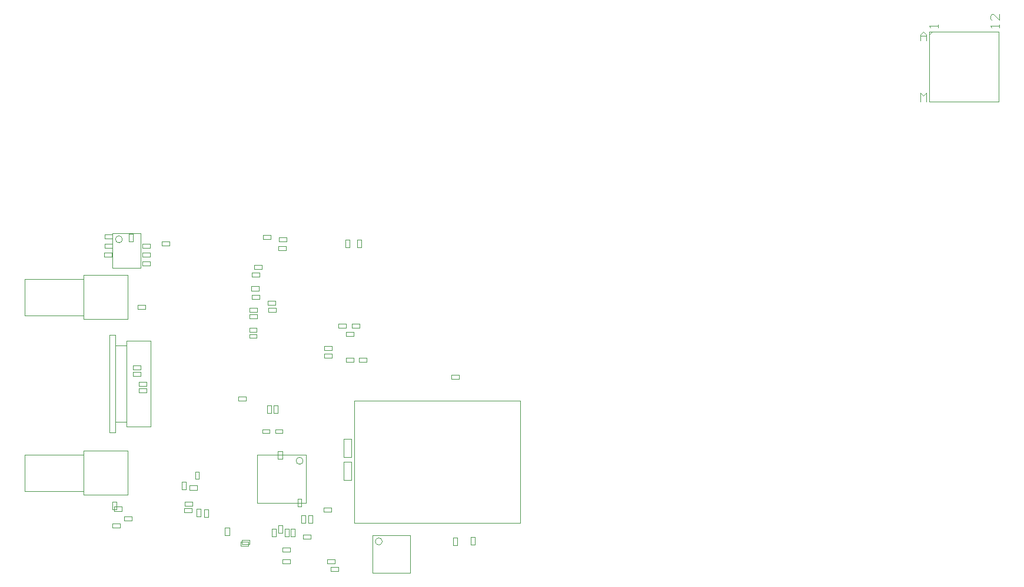
<source format=gbr>
G04*
G04 #@! TF.GenerationSoftware,Altium Limited,Altium Designer,24.1.2 (44)*
G04*
G04 Layer_Color=16711935*
%FSLAX25Y25*%
%MOIN*%
G70*
G04*
G04 #@! TF.SameCoordinates,59DD8EBB-DCD7-4209-94D2-A0ED0100978B*
G04*
G04*
G04 #@! TF.FilePolarity,Positive*
G04*
G01*
G75*
%ADD144C,0.00394*%
%ADD145C,0.00300*%
%ADD147C,0.00100*%
D144*
X845Y-204724D02*
G03*
X845Y-204724I-1969J0D01*
G01*
X103198Y-330394D02*
G03*
X103198Y-330394I-1969J0D01*
G01*
X148036Y-376123D02*
G03*
X148036Y-376123I-1969J0D01*
G01*
X102042Y-365582D02*
X104405D01*
X102042Y-361252D02*
X104405D01*
X102042Y-365582D02*
Y-361252D01*
X104405Y-365582D02*
Y-361252D01*
X106116Y-365582D02*
X108478D01*
X106116Y-361252D02*
X108478D01*
X106116Y-365582D02*
Y-361252D01*
X108478Y-365582D02*
Y-361252D01*
X61380Y-372730D02*
Y-368400D01*
X59018Y-372730D02*
Y-368400D01*
Y-372730D02*
X61380D01*
X59018Y-368400D02*
X61380D01*
X115243Y-269756D02*
X119377D01*
X115243Y-271921D02*
X119377D01*
Y-269756D01*
X115243Y-271921D02*
Y-269756D01*
X38942Y-346815D02*
X43273D01*
X38942Y-344452D02*
X43273D01*
X38942Y-346815D02*
Y-344452D01*
X43273Y-346815D02*
Y-344452D01*
X72842Y-258550D02*
X76976D01*
X72842Y-260715D02*
X76976D01*
Y-258550D01*
X72842Y-260715D02*
Y-258550D01*
X200506Y-377894D02*
Y-373563D01*
X198144Y-377894D02*
Y-373563D01*
Y-377894D02*
X200506D01*
X198144Y-373563D02*
X200506D01*
X190506Y-378288D02*
Y-373957D01*
X188144Y-378288D02*
Y-373957D01*
Y-378288D02*
X190506D01*
X188144Y-373957D02*
X190506D01*
X6993Y-278693D02*
X11324D01*
X6993Y-276330D02*
X11324D01*
X6993Y-278693D02*
Y-276330D01*
X11324Y-278693D02*
Y-276330D01*
X6993Y-282200D02*
X11324D01*
X6993Y-279838D02*
X11324D01*
X6993Y-282200D02*
Y-279838D01*
X11324Y-282200D02*
Y-279838D01*
X89315Y-211053D02*
X93645D01*
X89315Y-208691D02*
X93645D01*
X89315Y-211053D02*
Y-208691D01*
X93645Y-211053D02*
Y-208691D01*
X89437Y-203712D02*
X93767D01*
X89437Y-206075D02*
X93767D01*
Y-203712D01*
X89437Y-206075D02*
Y-203712D01*
X36071Y-355855D02*
X40402D01*
X36071Y-353493D02*
X40402D01*
Y-355855D02*
Y-353493D01*
X36071Y-355855D02*
Y-353493D01*
X35940Y-357277D02*
X40271D01*
X35940Y-359639D02*
X40271D01*
X35940D02*
Y-357277D01*
X40271Y-359639D02*
Y-357277D01*
X42816Y-361883D02*
Y-357552D01*
X45178Y-361883D02*
Y-357552D01*
X42816Y-361883D02*
X45178D01*
X42816Y-357552D02*
X45178D01*
X47204Y-357946D02*
X49566D01*
X47204Y-362277D02*
X49566D01*
Y-357946D01*
X47204Y-362277D02*
Y-357946D01*
X72834Y-254992D02*
X76968D01*
X72834Y-257157D02*
X76968D01*
Y-254992D01*
X72834Y-257157D02*
Y-254992D01*
X72982Y-247413D02*
X77312D01*
X72982Y-249775D02*
X77312D01*
Y-247413D01*
X72982Y-249775D02*
Y-247413D01*
X83316Y-242098D02*
Y-239736D01*
X87647Y-242098D02*
Y-239736D01*
X83316Y-242098D02*
X87647D01*
X83316Y-239736D02*
X87647D01*
X73869Y-233825D02*
Y-231463D01*
X78199Y-233825D02*
Y-231463D01*
X73869Y-233825D02*
X78199D01*
X73869Y-231463D02*
X78199D01*
X36974Y-346519D02*
Y-342189D01*
X34612Y-346519D02*
Y-342189D01*
Y-346519D02*
X36974D01*
X34612Y-342189D02*
X36974D01*
X187160Y-284040D02*
X191490D01*
X187160Y-281678D02*
X191490D01*
X187160Y-284040D02*
Y-281678D01*
X191490Y-284040D02*
Y-281678D01*
X74262Y-225948D02*
X78593D01*
X74262Y-223586D02*
X78593D01*
X74262Y-225948D02*
Y-223586D01*
X78593Y-225948D02*
Y-223586D01*
X75530Y-221522D02*
X79861D01*
X75530Y-219160D02*
X79861D01*
X75530Y-221522D02*
Y-219160D01*
X79861Y-221522D02*
Y-219160D01*
X129593Y-209421D02*
Y-205090D01*
X127230Y-209421D02*
Y-205090D01*
Y-209421D02*
X129593D01*
X127230Y-205090D02*
X129593D01*
X136090Y-209286D02*
Y-204955D01*
X133728Y-209286D02*
Y-204955D01*
Y-209286D02*
X136090D01*
X133728Y-204955D02*
X136090D01*
X83595Y-245838D02*
X87925D01*
X83595Y-243476D02*
X87925D01*
X83595Y-245838D02*
Y-243476D01*
X87925Y-245838D02*
Y-243476D01*
X72971Y-245948D02*
X77302D01*
X72971Y-243586D02*
X77302D01*
X72971Y-245948D02*
Y-243586D01*
X77302Y-245948D02*
Y-243586D01*
X74212Y-238555D02*
X78542D01*
X74212Y-236193D02*
X78542D01*
X74212Y-238555D02*
Y-236193D01*
X78542Y-238555D02*
Y-236193D01*
X80586Y-202334D02*
X84917D01*
X80586Y-204697D02*
X84917D01*
Y-202334D01*
X80586Y-204697D02*
Y-202334D01*
X12164Y-214705D02*
X16495D01*
X12164Y-212343D02*
X16495D01*
X12164Y-214705D02*
Y-212343D01*
X16495Y-214705D02*
Y-212343D01*
X12164Y-209705D02*
X16495D01*
X12164Y-207343D02*
X16495D01*
X12164Y-209705D02*
Y-207343D01*
X16495Y-209705D02*
Y-207343D01*
X12164Y-219705D02*
X16495D01*
X12164Y-217342D02*
X16495D01*
X12164Y-219705D02*
Y-217342D01*
X16495Y-219705D02*
Y-217342D01*
X-9194Y-201969D02*
X-4863D01*
X-9194Y-204331D02*
X-4863D01*
Y-201969D01*
X-9194Y-204331D02*
Y-201969D01*
Y-207343D02*
X-4863D01*
X-9194Y-209705D02*
X-4863D01*
Y-207343D01*
X-9194Y-209705D02*
Y-207343D01*
X-9588Y-212275D02*
X-5257D01*
X-9588Y-214638D02*
X-5257D01*
Y-212275D01*
X-9588Y-214638D02*
Y-212275D01*
X4389Y-206083D02*
Y-201752D01*
X6751Y-206083D02*
Y-201752D01*
X4389D02*
X6751D01*
X4389Y-206083D02*
X6751D01*
X23347Y-205939D02*
X27678D01*
X23347Y-208302D02*
X27678D01*
Y-205939D01*
X23347Y-208302D02*
Y-205939D01*
X10282Y-291732D02*
X14613D01*
X10282Y-289370D02*
X14613D01*
X10282Y-291732D02*
Y-289370D01*
X14613Y-291732D02*
Y-289370D01*
X14660Y-288073D02*
Y-285711D01*
X10330Y-288073D02*
Y-285711D01*
X14660D01*
X10330Y-288073D02*
X14660D01*
X127427Y-259618D02*
X131758D01*
X127427Y-257256D02*
X131758D01*
X127427Y-259618D02*
Y-257256D01*
X131758Y-259618D02*
Y-257256D01*
X123300Y-252719D02*
X127630D01*
X123300Y-255081D02*
X127630D01*
Y-252719D01*
X123300Y-255081D02*
Y-252719D01*
X135000Y-272020D02*
X139330D01*
X135000Y-274382D02*
X139330D01*
Y-272020D01*
X135000Y-274382D02*
Y-272020D01*
X127427Y-274382D02*
X131758D01*
X127427Y-272020D02*
X131758D01*
X127427Y-274382D02*
Y-272020D01*
X131758Y-274382D02*
Y-272020D01*
X44257Y-340649D02*
Y-336515D01*
X42092Y-340649D02*
Y-336515D01*
Y-340649D02*
X44257D01*
X42092Y-336515D02*
X44257D01*
X130774Y-252719D02*
X135104D01*
X130774Y-255081D02*
X135104D01*
Y-252719D01*
X130774Y-255081D02*
Y-252719D01*
X115144Y-267701D02*
X119475D01*
X115144Y-265339D02*
X119475D01*
X115144Y-267701D02*
Y-265339D01*
X119475Y-267701D02*
Y-265339D01*
X72731Y-377698D02*
Y-375336D01*
X68400Y-377698D02*
Y-375336D01*
Y-377698D02*
X72731D01*
X68400Y-375336D02*
X72731D01*
X1829Y-364185D02*
Y-361823D01*
X6160Y-364185D02*
Y-361823D01*
X1829D02*
X6160D01*
X1829Y-364185D02*
X6160D01*
X14024Y-244461D02*
Y-242098D01*
X9693Y-244461D02*
Y-242098D01*
Y-244461D02*
X14024D01*
X9693Y-242098D02*
X14024D01*
X-4901Y-357825D02*
X-2539D01*
X-4901Y-353494D02*
X-2539D01*
X-4901Y-357825D02*
Y-353494D01*
X-2539Y-357825D02*
Y-353494D01*
X132042Y-365648D02*
X226294D01*
X132042Y-296435D02*
X226294D01*
Y-365648D02*
Y-296435D01*
X132042Y-365648D02*
Y-296435D01*
X95912Y-381891D02*
Y-379529D01*
X91581Y-381891D02*
Y-379529D01*
Y-381891D02*
X95912D01*
X91581Y-379529D02*
X95912D01*
X121115Y-388778D02*
Y-386416D01*
X116784Y-388778D02*
Y-386416D01*
Y-388778D02*
X121115D01*
X116784Y-386416D02*
X121115D01*
X95944Y-388557D02*
Y-386195D01*
X91614Y-388557D02*
Y-386195D01*
Y-388557D02*
X95944D01*
X91614Y-386195D02*
X95944D01*
X123135Y-393018D02*
Y-390656D01*
X118804Y-393018D02*
Y-390656D01*
Y-393018D02*
X123135D01*
X118804Y-390656D02*
X123135D01*
X-4666Y-220866D02*
Y-201181D01*
X11082Y-220866D02*
Y-201181D01*
X-4666D02*
X11082D01*
X-4666Y-220866D02*
X11082D01*
X-54464Y-248054D02*
X-21196D01*
X-54464Y-227223D02*
X-21196D01*
X-54464Y-248054D02*
Y-227188D01*
X-21196Y-225121D02*
X3805D01*
X-21196Y-225121D02*
X-21196Y-225121D01*
X-21196Y-250121D02*
Y-225121D01*
Y-250121D02*
X3802D01*
X3804Y-250119D01*
Y-225121D01*
X-54464Y-347722D02*
X-21196D01*
X-54464Y-326892D02*
X-21196D01*
X-54464Y-347722D02*
Y-326856D01*
X-21196Y-324789D02*
X3805D01*
X-21196Y-324789D02*
X-21196Y-324789D01*
X-21196Y-349789D02*
Y-324789D01*
Y-349789D02*
X3802D01*
X3804Y-349787D01*
Y-324789D01*
X77214Y-326851D02*
X104773D01*
X77214Y-354410D02*
X104773D01*
X77214D02*
Y-326851D01*
X104773Y-354410D02*
Y-326851D01*
X66679Y-293831D02*
X71010D01*
X66679Y-296194D02*
X71010D01*
X66679D02*
Y-293831D01*
X71010Y-296194D02*
Y-293831D01*
X96315Y-373193D02*
Y-368862D01*
X98677Y-373193D02*
Y-368862D01*
X96315Y-373193D02*
X98677D01*
X96315Y-368862D02*
X98677D01*
X107627Y-374498D02*
Y-372135D01*
X103297Y-374498D02*
Y-372135D01*
Y-374498D02*
X107627D01*
X103297Y-372135D02*
X107627D01*
X119081Y-359431D02*
Y-357069D01*
X114751Y-359431D02*
Y-357069D01*
Y-359431D02*
X119081D01*
X114751Y-357069D02*
X119081D01*
X85606Y-373193D02*
Y-368862D01*
X87968Y-373193D02*
Y-368862D01*
X85606Y-373193D02*
X87968D01*
X85606Y-368862D02*
X87968D01*
X92717Y-373193D02*
Y-368863D01*
X95079Y-373193D02*
Y-368863D01*
X92717Y-373193D02*
X95079D01*
X92717Y-368863D02*
X95079D01*
X89303Y-371175D02*
Y-366844D01*
X91666Y-371175D02*
Y-366844D01*
X89303Y-371175D02*
X91666D01*
X89303Y-366844D02*
X91666D01*
X80123Y-314726D02*
X84257D01*
X80123Y-312561D02*
X84257D01*
X80123Y-314726D02*
Y-312561D01*
X84257Y-314726D02*
Y-312561D01*
X88753Y-303265D02*
Y-298934D01*
X86391Y-303265D02*
Y-298934D01*
Y-303265D02*
X88753D01*
X86391Y-298934D02*
X88753D01*
X85088Y-303355D02*
Y-299025D01*
X82726Y-303355D02*
Y-299025D01*
Y-303355D02*
X85088D01*
X82726Y-299025D02*
X85088D01*
X87376Y-312561D02*
X91509D01*
X87376Y-314726D02*
X91509D01*
Y-312561D01*
X87376Y-314726D02*
Y-312561D01*
X130606Y-341246D02*
Y-331010D01*
X126276Y-341246D02*
Y-331010D01*
X130606D01*
X126276Y-341246D02*
X130606D01*
X68007Y-378683D02*
X72337D01*
X68007Y-376320D02*
X72337D01*
X68007Y-378683D02*
Y-376320D01*
X72337Y-378683D02*
Y-376320D01*
X-4897Y-365918D02*
X-566D01*
X-4897Y-368280D02*
X-566D01*
Y-365918D01*
X-4897Y-368280D02*
Y-365918D01*
X-3715Y-356457D02*
X616D01*
X-3715Y-358819D02*
X616D01*
Y-356457D01*
X-3715Y-358819D02*
Y-356457D01*
X91387Y-329311D02*
Y-324981D01*
X89025Y-329311D02*
Y-324981D01*
Y-329311D02*
X91387D01*
X89025Y-324981D02*
X91387D01*
X102312Y-356181D02*
Y-352048D01*
X100147Y-356181D02*
Y-352048D01*
Y-356181D02*
X102312D01*
X100147Y-352048D02*
X102312D01*
X130606Y-328160D02*
Y-317924D01*
X126276Y-328160D02*
Y-317924D01*
X130606D01*
X126276Y-328160D02*
X130606D01*
X3207Y-307861D02*
Y-265341D01*
X-3289Y-307861D02*
Y-265341D01*
X16790Y-310814D02*
Y-262389D01*
X3207Y-310814D02*
Y-307861D01*
X-3289Y-308353D02*
X3207D01*
X-3289Y-314357D02*
Y-307861D01*
X-6438Y-314357D02*
X-3289D01*
X-6438D02*
Y-258846D01*
X-6437Y-258846D02*
X-3289D01*
X-3289Y-265341D02*
Y-258845D01*
Y-264849D02*
X3207D01*
Y-265341D02*
Y-262389D01*
X16790D01*
X3207Y-310814D02*
X16790D01*
X142524Y-393840D02*
X163784D01*
X142524Y-372580D02*
X163784D01*
Y-393840D02*
Y-372580D01*
X142524Y-393840D02*
Y-372580D01*
D145*
X452953Y-91958D02*
Y-88626D01*
X454620Y-86960D01*
X456286Y-88626D01*
Y-91958D01*
Y-89459D01*
X452953D01*
Y-126609D02*
Y-121610D01*
X454620Y-123276D01*
X456286Y-121610D01*
Y-126609D01*
X462831Y-84583D02*
Y-82917D01*
Y-83750D01*
X457832D01*
X458665Y-84583D01*
X497476D02*
Y-82917D01*
Y-83750D01*
X492478D01*
X493311Y-84583D01*
X497476Y-77086D02*
Y-80418D01*
X494144Y-77086D01*
X493311D01*
X492478Y-77919D01*
Y-79585D01*
X493311Y-80418D01*
D147*
X457954Y-88658D02*
X459528Y-87084D01*
X457954Y-126484D02*
X497354D01*
Y-87084D01*
X457954D02*
X497354D01*
X457954Y-126484D02*
Y-87084D01*
M02*

</source>
